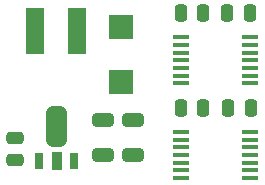
<source format=gtp>
%TF.GenerationSoftware,KiCad,Pcbnew,(6.0.5)*%
%TF.CreationDate,2024-06-23T18:03:47+02:00*%
%TF.ProjectId,pmod_level_shifter_8p,706d6f64-5f6c-4657-9665-6c5f73686966,rev?*%
%TF.SameCoordinates,Original*%
%TF.FileFunction,Paste,Top*%
%TF.FilePolarity,Positive*%
%FSLAX46Y46*%
G04 Gerber Fmt 4.6, Leading zero omitted, Abs format (unit mm)*
G04 Created by KiCad (PCBNEW (6.0.5)) date 2024-06-23 18:03:47*
%MOMM*%
%LPD*%
G01*
G04 APERTURE LIST*
G04 Aperture macros list*
%AMRoundRect*
0 Rectangle with rounded corners*
0 $1 Rounding radius*
0 $2 $3 $4 $5 $6 $7 $8 $9 X,Y pos of 4 corners*
0 Add a 4 corners polygon primitive as box body*
4,1,4,$2,$3,$4,$5,$6,$7,$8,$9,$2,$3,0*
0 Add four circle primitives for the rounded corners*
1,1,$1+$1,$2,$3*
1,1,$1+$1,$4,$5*
1,1,$1+$1,$6,$7*
1,1,$1+$1,$8,$9*
0 Add four rect primitives between the rounded corners*
20,1,$1+$1,$2,$3,$4,$5,0*
20,1,$1+$1,$4,$5,$6,$7,0*
20,1,$1+$1,$6,$7,$8,$9,0*
20,1,$1+$1,$8,$9,$2,$3,0*%
G04 Aperture macros list end*
%ADD10C,0.010000*%
%ADD11C,1.300000*%
%ADD12R,1.500000X4.000000*%
%ADD13RoundRect,0.250000X-0.250000X-0.475000X0.250000X-0.475000X0.250000X0.475000X-0.250000X0.475000X0*%
%ADD14RoundRect,0.250000X-0.475000X0.250000X-0.475000X-0.250000X0.475000X-0.250000X0.475000X0.250000X0*%
%ADD15R,2.150000X2.150000*%
%ADD16R,0.800000X1.400000*%
%ADD17RoundRect,0.250000X0.250000X0.475000X-0.250000X0.475000X-0.250000X-0.475000X0.250000X-0.475000X0*%
%ADD18RoundRect,0.250000X-0.650000X0.325000X-0.650000X-0.325000X0.650000X-0.325000X0.650000X0.325000X0*%
%ADD19R,1.475000X0.450000*%
G04 APERTURE END LIST*
%TO.C,U1*%
G36*
X143400000Y-101680000D02*
G01*
X142600000Y-101680000D01*
X142600000Y-100280000D01*
X143400000Y-100280000D01*
X143400000Y-101680000D01*
G37*
D10*
X143400000Y-101680000D02*
X142600000Y-101680000D01*
X142600000Y-100280000D01*
X143400000Y-100280000D01*
X143400000Y-101680000D01*
G36*
X143275000Y-99125000D02*
G01*
X142750000Y-99125000D01*
X142750000Y-96950000D01*
X143275000Y-96950000D01*
X143275000Y-99125000D01*
G37*
D11*
X143275000Y-99125000D02*
X142750000Y-99125000D01*
X142750000Y-96950000D01*
X143275000Y-96950000D01*
X143275000Y-99125000D01*
%TD*%
D12*
%TO.C,L1*%
X141200000Y-90000000D03*
X144800000Y-90000000D03*
%TD*%
D13*
%TO.C,C4*%
X153550000Y-96500000D03*
X155450000Y-96500000D03*
%TD*%
D14*
%TO.C,C1*%
X139500000Y-99050000D03*
X139500000Y-100950000D03*
%TD*%
D13*
%TO.C,C5*%
X153550000Y-88500000D03*
X155450000Y-88500000D03*
%TD*%
D15*
%TO.C,D1*%
X148500000Y-94300000D03*
X148500000Y-89700000D03*
%TD*%
D16*
%TO.C,U1*%
X141501000Y-100981000D03*
X144499000Y-100981000D03*
%TD*%
D17*
%TO.C,C6*%
X159450000Y-96500000D03*
X157550000Y-96500000D03*
%TD*%
D18*
%TO.C,C3*%
X147000000Y-97525000D03*
X147000000Y-100475000D03*
%TD*%
D19*
%TO.C,IC1*%
X153562000Y-90550000D03*
X153562000Y-91200000D03*
X153562000Y-91850000D03*
X153562000Y-92500000D03*
X153562000Y-93150000D03*
X153562000Y-93800000D03*
X153562000Y-94450000D03*
X159438000Y-94450000D03*
X159438000Y-93800000D03*
X159438000Y-93150000D03*
X159438000Y-92500000D03*
X159438000Y-91850000D03*
X159438000Y-91200000D03*
X159438000Y-90550000D03*
%TD*%
%TO.C,IC2*%
X153562000Y-98550000D03*
X153562000Y-99200000D03*
X153562000Y-99850000D03*
X153562000Y-100500000D03*
X153562000Y-101150000D03*
X153562000Y-101800000D03*
X153562000Y-102450000D03*
X159438000Y-102450000D03*
X159438000Y-101800000D03*
X159438000Y-101150000D03*
X159438000Y-100500000D03*
X159438000Y-99850000D03*
X159438000Y-99200000D03*
X159438000Y-98550000D03*
%TD*%
D17*
%TO.C,C7*%
X159400000Y-88500000D03*
X157500000Y-88500000D03*
%TD*%
D18*
%TO.C,C2*%
X149500000Y-97525000D03*
X149500000Y-100475000D03*
%TD*%
M02*

</source>
